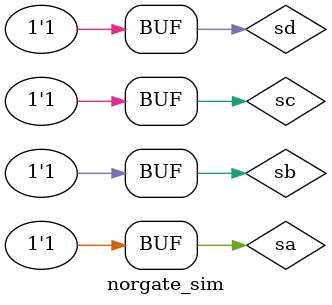
<source format=v>
`timescale 1ns / 1ps


module norgate_sim(

    );
    reg sa,sb,sc,sd;
    wire se;
    noorgate #(1,2) u_nor(
        .A(sa),
        .B(sb),
        .C(sc),
        .D(sd),
        .E(se)
    
    );
    initial 
    begin
    sa = 0;sb = 0; sc = 0; sd = 0;
    #10;
    sa = 0;sb = 0; sc = 0; sd = 1;
    #10;
    sa = 0;sb = 0; sc = 1; sd = 1;
    #10;
    sa = 1;sb = 1; sc = 1; sd = 1;
    #10;
    
    end
endmodule

</source>
